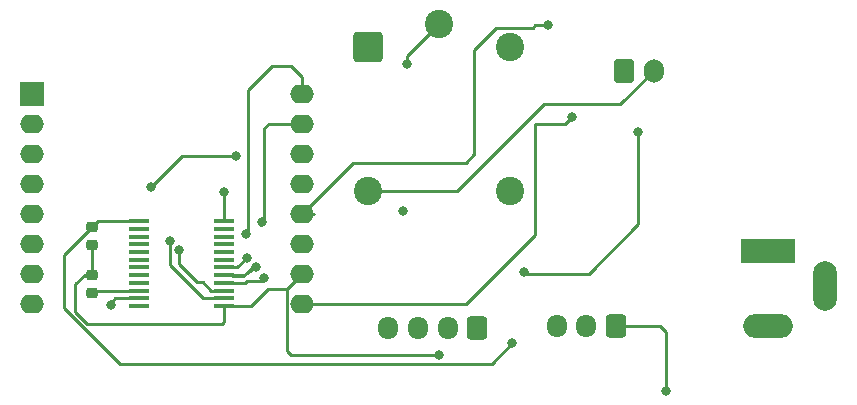
<source format=gbr>
%TF.GenerationSoftware,KiCad,Pcbnew,8.0.0-8.0.0-1~ubuntu22.04.1*%
%TF.CreationDate,2024-03-19T22:17:22+08:00*%
%TF.ProjectId,Water_Flowering_hardware,57617465-725f-4466-9c6f-776572696e67,rev?*%
%TF.SameCoordinates,Original*%
%TF.FileFunction,Copper,L2,Bot*%
%TF.FilePolarity,Positive*%
%FSLAX46Y46*%
G04 Gerber Fmt 4.6, Leading zero omitted, Abs format (unit mm)*
G04 Created by KiCad (PCBNEW 8.0.0-8.0.0-1~ubuntu22.04.1) date 2024-03-19 22:17:22*
%MOMM*%
%LPD*%
G01*
G04 APERTURE LIST*
G04 Aperture macros list*
%AMRoundRect*
0 Rectangle with rounded corners*
0 $1 Rounding radius*
0 $2 $3 $4 $5 $6 $7 $8 $9 X,Y pos of 4 corners*
0 Add a 4 corners polygon primitive as box body*
4,1,4,$2,$3,$4,$5,$6,$7,$8,$9,$2,$3,0*
0 Add four circle primitives for the rounded corners*
1,1,$1+$1,$2,$3*
1,1,$1+$1,$4,$5*
1,1,$1+$1,$6,$7*
1,1,$1+$1,$8,$9*
0 Add four rect primitives between the rounded corners*
20,1,$1+$1,$2,$3,$4,$5,0*
20,1,$1+$1,$4,$5,$6,$7,0*
20,1,$1+$1,$6,$7,$8,$9,0*
20,1,$1+$1,$8,$9,$2,$3,0*%
G04 Aperture macros list end*
%TA.AperFunction,ComponentPad*%
%ADD10R,4.600000X2.000000*%
%TD*%
%TA.AperFunction,ComponentPad*%
%ADD11O,4.200000X2.000000*%
%TD*%
%TA.AperFunction,ComponentPad*%
%ADD12O,2.000000X4.200000*%
%TD*%
%TA.AperFunction,ComponentPad*%
%ADD13RoundRect,0.250000X0.600000X0.725000X-0.600000X0.725000X-0.600000X-0.725000X0.600000X-0.725000X0*%
%TD*%
%TA.AperFunction,ComponentPad*%
%ADD14O,1.700000X1.950000*%
%TD*%
%TA.AperFunction,ComponentPad*%
%ADD15R,2.000000X2.000000*%
%TD*%
%TA.AperFunction,ComponentPad*%
%ADD16O,2.000000X1.600000*%
%TD*%
%TA.AperFunction,ComponentPad*%
%ADD17RoundRect,0.250000X-0.600000X-0.750000X0.600000X-0.750000X0.600000X0.750000X-0.600000X0.750000X0*%
%TD*%
%TA.AperFunction,ComponentPad*%
%ADD18O,1.700000X2.000000*%
%TD*%
%TA.AperFunction,ComponentPad*%
%ADD19C,2.400000*%
%TD*%
%TA.AperFunction,ComponentPad*%
%ADD20RoundRect,0.250000X-1.000000X-1.000000X1.000000X-1.000000X1.000000X1.000000X-1.000000X1.000000X0*%
%TD*%
%TA.AperFunction,SMDPad,CuDef*%
%ADD21RoundRect,0.225000X0.250000X-0.225000X0.250000X0.225000X-0.250000X0.225000X-0.250000X-0.225000X0*%
%TD*%
%TA.AperFunction,SMDPad,CuDef*%
%ADD22RoundRect,0.225000X-0.250000X0.225000X-0.250000X-0.225000X0.250000X-0.225000X0.250000X0.225000X0*%
%TD*%
%TA.AperFunction,SMDPad,CuDef*%
%ADD23R,1.750000X0.450000*%
%TD*%
%TA.AperFunction,ViaPad*%
%ADD24C,0.800000*%
%TD*%
%TA.AperFunction,Conductor*%
%ADD25C,0.250000*%
%TD*%
G04 APERTURE END LIST*
D10*
%TO.P,J4,1,Pin_1*%
%TO.N,/GND*%
X199670000Y-120470000D03*
D11*
%TO.P,J4,2,Pin_2*%
%TO.N,/VIN*%
X199670000Y-126770000D03*
D12*
%TO.P,J4,3,Pin_3*%
%TO.N,/GND*%
X204470000Y-123370000D03*
%TD*%
D13*
%TO.P,J1,1,Pin_1*%
%TO.N,/W0*%
X186750000Y-126750000D03*
D14*
%TO.P,J1,2,Pin_2*%
%TO.N,/3.3V*%
X184250000Y-126750000D03*
%TO.P,J1,3,Pin_3*%
%TO.N,/GND*%
X181750000Y-126750000D03*
%TD*%
D15*
%TO.P,U2,1,~{RST}*%
%TO.N,unconnected-(U2-~{RST}-Pad1)*%
X137340000Y-107100000D03*
D16*
%TO.P,U2,2,A0*%
%TO.N,/COM*%
X137340000Y-109640000D03*
%TO.P,U2,3,D0*%
%TO.N,unconnected-(U2-D0-Pad3)*%
X137340000Y-112180000D03*
%TO.P,U2,4,SCK/D5*%
%TO.N,unconnected-(U2-SCK{slash}D5-Pad4)*%
X137340000Y-114720000D03*
%TO.P,U2,5,MISO/D6*%
%TO.N,unconnected-(U2-MISO{slash}D6-Pad5)*%
X137340000Y-117260000D03*
%TO.P,U2,6,MOSI/D7*%
%TO.N,unconnected-(U2-MOSI{slash}D7-Pad6)*%
X137340000Y-119800000D03*
%TO.P,U2,7,CS/D8*%
%TO.N,unconnected-(U2-CS{slash}D8-Pad7)*%
X137340000Y-122340000D03*
%TO.P,U2,8,3V3*%
%TO.N,unconnected-(U2-3V3-Pad8)*%
X137340000Y-124880000D03*
%TO.P,U2,9,5V*%
%TO.N,/5V*%
X160200000Y-124880000D03*
%TO.P,U2,10,GND*%
%TO.N,/GND*%
X160200000Y-122340000D03*
%TO.P,U2,11,D4*%
%TO.N,unconnected-(U2-D4-Pad11)*%
X160200000Y-119800000D03*
%TO.P,U2,12,D3*%
%TO.N,/Water_Out*%
X160200000Y-117260000D03*
%TO.P,U2,13,SDA/D2*%
%TO.N,/S4*%
X160200000Y-114720000D03*
%TO.P,U2,14,SCL/D1*%
%TO.N,/S2*%
X160200000Y-112180000D03*
%TO.P,U2,15,RX*%
%TO.N,/S1*%
X160200000Y-109640000D03*
%TO.P,U2,16,TX*%
%TO.N,/S0*%
X160200000Y-107100000D03*
%TD*%
D13*
%TO.P,J2,1,Pin_1*%
%TO.N,/3.3V*%
X175000000Y-126950000D03*
D14*
%TO.P,J2,2,Pin_2*%
%TO.N,/GND*%
X172500000Y-126950000D03*
%TO.P,J2,3,Pin_3*%
%TO.N,/Soil_D0*%
X170000000Y-126950000D03*
%TO.P,J2,4,Pin_4*%
%TO.N,/Soil_A0*%
X167500000Y-126950000D03*
%TD*%
D17*
%TO.P,J3,1,Pin_1*%
%TO.N,/GND*%
X187450000Y-105192500D03*
D18*
%TO.P,J3,2,Pin_2*%
%TO.N,Net-(J3-Pin_2)*%
X189950000Y-105192500D03*
%TD*%
D19*
%TO.P,K1,11*%
%TO.N,Net-(K1-Pad11)*%
X171810000Y-101170000D03*
%TO.P,K1,12*%
%TO.N,unconnected-(K1-Pad12)*%
X177810000Y-115370000D03*
%TO.P,K1,14*%
%TO.N,Net-(J3-Pin_2)*%
X165810000Y-115370000D03*
D20*
%TO.P,K1,A1*%
%TO.N,Net-(D1-K)*%
X165810000Y-103170000D03*
D19*
%TO.P,K1,A2*%
%TO.N,/GND*%
X177810000Y-103170000D03*
%TD*%
D21*
%TO.P,R4,1*%
%TO.N,Net-(U1-~{E})*%
X142400000Y-123975000D03*
%TO.P,R4,2*%
%TO.N,/GND*%
X142400000Y-122425000D03*
%TD*%
D22*
%TO.P,C1,1*%
%TO.N,/3.3V*%
X142400000Y-118400000D03*
%TO.P,C1,2*%
%TO.N,/GND*%
X142400000Y-119950000D03*
%TD*%
D23*
%TO.P,U1,1,COM*%
%TO.N,/COM*%
X153600000Y-117925000D03*
%TO.P,U1,2,I7*%
%TO.N,unconnected-(U1-I7-Pad2)*%
X153600000Y-118575000D03*
%TO.P,U1,3,I6*%
%TO.N,unconnected-(U1-I6-Pad3)*%
X153600000Y-119225000D03*
%TO.P,U1,4,I5*%
%TO.N,unconnected-(U1-I5-Pad4)*%
X153600000Y-119875000D03*
%TO.P,U1,5,I4*%
%TO.N,unconnected-(U1-I4-Pad5)*%
X153600000Y-120525000D03*
%TO.P,U1,6,I3*%
%TO.N,unconnected-(U1-I3-Pad6)*%
X153600000Y-121175000D03*
%TO.P,U1,7,I2*%
%TO.N,/W0*%
X153600000Y-121825000D03*
%TO.P,U1,8,I1*%
%TO.N,/Soil_D0*%
X153600000Y-122475000D03*
%TO.P,U1,9,I0*%
%TO.N,/Soil_A0*%
X153600000Y-123125000D03*
%TO.P,U1,10,S0*%
%TO.N,/S0*%
X153600000Y-123775000D03*
%TO.P,U1,11,S1*%
%TO.N,/S1*%
X153600000Y-124425000D03*
%TO.P,U1,12,GND*%
%TO.N,/GND*%
X153600000Y-125075000D03*
%TO.P,U1,13,S3*%
%TO.N,/S3*%
X146400000Y-125075000D03*
%TO.P,U1,14,S2*%
%TO.N,/S2*%
X146400000Y-124425000D03*
%TO.P,U1,15,~{E}*%
%TO.N,Net-(U1-~{E})*%
X146400000Y-123775000D03*
%TO.P,U1,16,I15*%
%TO.N,unconnected-(U1-I15-Pad16)*%
X146400000Y-123125000D03*
%TO.P,U1,17,I14*%
%TO.N,unconnected-(U1-I14-Pad17)*%
X146400000Y-122475000D03*
%TO.P,U1,18,I13*%
%TO.N,unconnected-(U1-I13-Pad18)*%
X146400000Y-121825000D03*
%TO.P,U1,19,I12*%
%TO.N,unconnected-(U1-I12-Pad19)*%
X146400000Y-121175000D03*
%TO.P,U1,20,I11*%
%TO.N,unconnected-(U1-I11-Pad20)*%
X146400000Y-120525000D03*
%TO.P,U1,21,I10*%
%TO.N,unconnected-(U1-I10-Pad21)*%
X146400000Y-119875000D03*
%TO.P,U1,22,I9*%
%TO.N,unconnected-(U1-I9-Pad22)*%
X146400000Y-119225000D03*
%TO.P,U1,23,I8*%
%TO.N,unconnected-(U1-I8-Pad23)*%
X146400000Y-118575000D03*
%TO.P,U1,24,VCC*%
%TO.N,/3.3V*%
X146400000Y-117925000D03*
%TD*%
D24*
%TO.N,Net-(K1-Pad11)*%
X169080000Y-104570000D03*
X168760000Y-117040000D03*
X178970000Y-122230000D03*
X188670000Y-110330000D03*
%TO.N,/5V*%
X183080000Y-109060000D03*
%TO.N,/3.3V*%
X178000000Y-128250000D03*
%TO.N,/GND*%
X171750000Y-129250000D03*
%TO.N,/W0*%
X191000000Y-132250000D03*
X155500000Y-121000000D03*
%TO.N,/Soil_D0*%
X156250000Y-121750000D03*
%TO.N,/Soil_A0*%
X157000000Y-122750000D03*
%TO.N,/COM*%
X153600000Y-115400000D03*
%TO.N,/S0*%
X155400000Y-119000000D03*
X149755691Y-120325000D03*
%TO.N,/S1*%
X156800000Y-118000000D03*
X149000000Y-119600000D03*
%TO.N,/S2*%
X154600000Y-112400000D03*
X147400000Y-115000000D03*
X144000000Y-125000000D03*
%TO.N,/Water_Out*%
X180970000Y-101300000D03*
%TD*%
D25*
%TO.N,Net-(K1-Pad11)*%
X169080000Y-104570000D02*
X169080000Y-103900000D01*
X169080000Y-103900000D02*
X171810000Y-101170000D01*
X179130000Y-122390000D02*
X178970000Y-122230000D01*
X184460000Y-122390000D02*
X179130000Y-122390000D01*
X188670000Y-110330000D02*
X188670000Y-118180000D01*
X188670000Y-118180000D02*
X184460000Y-122390000D01*
%TO.N,/5V*%
X183080000Y-109060000D02*
X182430000Y-109710000D01*
X182430000Y-109710000D02*
X179900000Y-109710000D01*
X179900000Y-109710000D02*
X179900000Y-119080000D01*
X179900000Y-119080000D02*
X174100000Y-124880000D01*
X174100000Y-124880000D02*
X160200000Y-124880000D01*
%TO.N,/3.3V*%
X142400000Y-118400000D02*
X142875000Y-117925000D01*
X173750000Y-130000000D02*
X176250000Y-130000000D01*
X144763604Y-130000000D02*
X173750000Y-130000000D01*
X142875000Y-117925000D02*
X146400000Y-117925000D01*
X140000000Y-125236396D02*
X144763604Y-130000000D01*
X173750000Y-130000000D02*
X173500000Y-130000000D01*
X142400000Y-118400000D02*
X142000000Y-118400000D01*
X142400000Y-118400000D02*
X140000000Y-120800000D01*
X178000000Y-128250000D02*
X177999200Y-128250799D01*
X140000000Y-120800000D02*
X140000000Y-125236396D01*
X176250000Y-130000000D02*
X178000000Y-128250000D01*
%TO.N,/GND*%
X142400000Y-119950000D02*
X142400000Y-122425000D01*
X142000000Y-126600000D02*
X141000000Y-125600000D01*
X171750000Y-129250000D02*
X171500000Y-129250000D01*
X153400000Y-126600000D02*
X142000000Y-126600000D01*
X153600000Y-125075000D02*
X153600000Y-126400000D01*
X153600000Y-126400000D02*
X153400000Y-126600000D01*
X158875000Y-123665000D02*
X158875000Y-128875000D01*
X153600000Y-125075000D02*
X155900000Y-125075000D01*
X160200000Y-122340000D02*
X158895000Y-123645000D01*
X141000000Y-123200000D02*
X141775000Y-122425000D01*
X141775000Y-122425000D02*
X142400000Y-122425000D01*
X158875000Y-128875000D02*
X159250000Y-129250000D01*
X141000000Y-125600000D02*
X141000000Y-123200000D01*
X159250000Y-129250000D02*
X171750000Y-129250000D01*
X158875000Y-123665000D02*
X157310000Y-123665000D01*
X157310000Y-123665000D02*
X155900000Y-125075000D01*
X158895000Y-123645000D02*
X158875000Y-123665000D01*
%TO.N,/W0*%
X153600000Y-121825000D02*
X154675000Y-121825000D01*
X190500000Y-126750000D02*
X186750000Y-126750000D01*
X154675000Y-121825000D02*
X155500000Y-121000000D01*
X191000000Y-127250000D02*
X190500000Y-126750000D01*
X191000000Y-132250000D02*
X191000000Y-127250000D01*
%TO.N,/Soil_D0*%
X155175000Y-122575000D02*
X154250000Y-122575000D01*
X155275000Y-122475000D02*
X156250000Y-121750000D01*
X153600000Y-122475000D02*
X155275000Y-122475000D01*
X156000000Y-121750000D02*
X155175000Y-122575000D01*
X156250000Y-121750000D02*
X156000000Y-121750000D01*
X153675000Y-122400000D02*
X153600000Y-122475000D01*
%TO.N,/Soil_A0*%
X156750000Y-123000000D02*
X157000000Y-122750000D01*
X153600000Y-123125000D02*
X155375000Y-123125000D01*
X155375000Y-123125000D02*
X155500000Y-123000000D01*
X155500000Y-123000000D02*
X156750000Y-123000000D01*
%TO.N,Net-(U1-~{E})*%
X142400000Y-123975000D02*
X142600000Y-123775000D01*
X142600000Y-123775000D02*
X146400000Y-123775000D01*
%TO.N,/COM*%
X153600000Y-115400000D02*
X153600000Y-117925000D01*
%TO.N,/S0*%
X160200000Y-105700000D02*
X160200000Y-106845000D01*
X157645000Y-104755000D02*
X159255000Y-104755000D01*
X160200000Y-106845000D02*
X160455000Y-106845000D01*
X151800000Y-123075000D02*
X152500000Y-123775000D01*
X149755691Y-120325000D02*
X149755691Y-121505691D01*
X159255000Y-104755000D02*
X160200000Y-105700000D01*
X152500000Y-123775000D02*
X153600000Y-123775000D01*
X155400000Y-119000000D02*
X155600000Y-118800000D01*
X149755691Y-121505691D02*
X151325000Y-123075000D01*
X151325000Y-123075000D02*
X151800000Y-123075000D01*
X155600000Y-118800000D02*
X155600000Y-106800000D01*
X155600000Y-106800000D02*
X157645000Y-104755000D01*
%TO.N,/S1*%
X151825000Y-124425000D02*
X153600000Y-124425000D01*
X156800000Y-118000000D02*
X156600000Y-118200000D01*
X149000000Y-121600000D02*
X151825000Y-124425000D01*
X156800000Y-118000000D02*
X157000000Y-117800000D01*
X157360000Y-109640000D02*
X160200000Y-109640000D01*
X149000000Y-119600000D02*
X149000000Y-121600000D01*
X157000000Y-117800000D02*
X157000000Y-110000000D01*
X157000000Y-110000000D02*
X157360000Y-109640000D01*
%TO.N,/S2*%
X147400000Y-115000000D02*
X150000000Y-112400000D01*
X144000000Y-124800000D02*
X144000000Y-125000000D01*
X144375000Y-124425000D02*
X144000000Y-124800000D01*
X143800000Y-125000000D02*
X143800000Y-125000000D01*
X144000000Y-125000000D02*
X143800000Y-125000000D01*
X150000000Y-112400000D02*
X154600000Y-112400000D01*
X146400000Y-124425000D02*
X144375000Y-124425000D01*
%TO.N,Net-(J3-Pin_2)*%
X180700000Y-108000000D02*
X187142500Y-108000000D01*
X187142500Y-108000000D02*
X189950000Y-105192500D01*
X173330000Y-115370000D02*
X180700000Y-108000000D01*
X165810000Y-115370000D02*
X173330000Y-115370000D01*
%TO.N,/Water_Out*%
X164510000Y-112950000D02*
X160200000Y-117260000D01*
X174030000Y-112950000D02*
X164510000Y-112950000D01*
X179720000Y-101520000D02*
X176610000Y-101520000D01*
X176610000Y-101520000D02*
X174750000Y-103380000D01*
X179940000Y-101300000D02*
X179720000Y-101520000D01*
X174750000Y-112230000D02*
X174030000Y-112950000D01*
X180970000Y-101300000D02*
X179940000Y-101300000D01*
X174750000Y-103380000D02*
X174750000Y-112230000D01*
X161160000Y-117260000D02*
X160200000Y-117260000D01*
%TD*%
M02*

</source>
